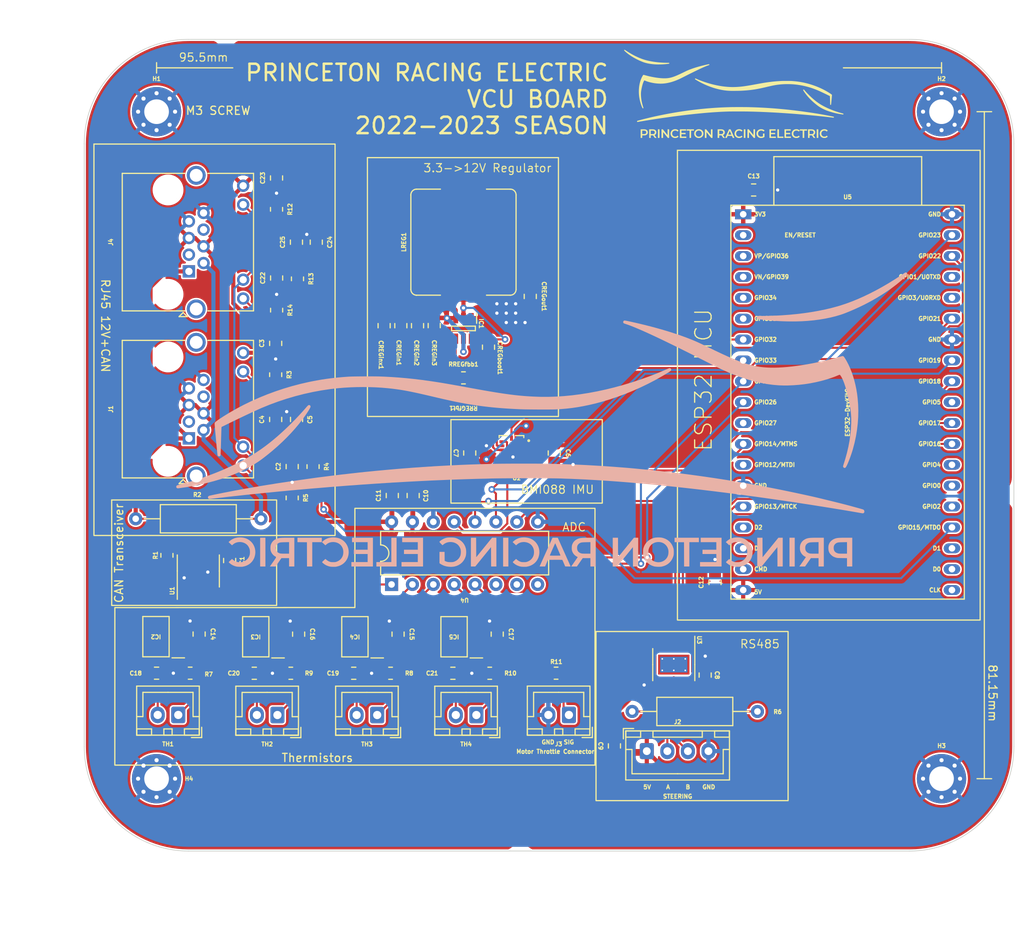
<source format=kicad_pcb>
(kicad_pcb (version 20211014) (generator pcbnew)
  (layers (0 "F.Cu" signal) (31 "B.Cu" signal) (34 "B.Paste" user) (35 "F.Paste" user) (36 "B.SilkS" user "B.Silkscreen") (37 "F.SilkS" user "F.Silkscreen") (38 "B.Mask" user) (39 "F.Mask" user) (44 "Edge.Cuts" user))
  (net 0 "")
  (net 1 "GND")
  (net 2 "+12V")
  (net 3 "+5V")
  (net 4 "Net-(C18-Pad2)")
  (net 5 "CAR_CANH")
  (net 6 "CAR_CANL")
  (net 7 "Net-(C19-Pad2)")
  (net 11 "Net-(C20-Pad2)")
  (net 12 "STEERING_A")
  (net 13 "STEERING_B")
  (net 14 "THROTTLE_SIG")
  (net 15 "Net-(C21-Pad2)")
  (net 16 "Net-(CREGboot1-Pad1)")
  (net 17 "Net-(CREGboot1-Pad2)")
  (net 18 "CAN_TXD")
  (net 19 "CAN_RXD")
  (net 20 "Net-(R1-Pad1)")
  (net 21 "ESP Gyro CS")
  (net 22 "+3.3V")
  (net 24 "ESP Accel ")
  (net 27 "ESP SPI CLK")
  (net 28 "ESP ADC CS")
  (net 29 "RXD2")
  (net 30 "TXD2")
  (net 31 "ESP CIPO")
  (net 32 "ESP COPI")
  (net 33 "RS485 RTS")
  (net 34 "ESP_OK_LED")
  (net 37 "Net-(J1-Pad9)")
  (net 38 "Net-(J1-Pad11)")
  (net 45 "IMU_INT2")
  (net 46 "IMU_INT1")
  (net 81 "ADC_CH0")
  (net 82 "ADC_CH2")
  (net 83 "ADC_CH1")
  (net 84 "ADC_CH3")
  (net 85 "Net-(IC1-Pad4)")
  (net 88 "Net-(J4-Pad9)")
  (net 89 "Net-(J4-Pad11)")
  (footprint "Resistor_SMD:R_0805_2012Metric" (layer "F.Cu") (at 182.7745 117.475 180)
    (fp_text reference "R10")
    (fp_text value "1.2K")
  )
  (footprint "Capacitor_SMD:C_0805_2012Metric" (layer "F.Cu") (at 156.73 86.594 90)
    (fp_text reference "C4")
    (fp_text value "100 nF")
  )
  (footprint "Resistor_SMD:R_0805_2012Metric" (layer "F.Cu") (at 179.578 83.566 180)
    (fp_text reference "RREGfbt1")
    (fp_text value "100k")
  )
  (footprint "Capacitor_SMD:C_0805_2012Metric" (layer "F.Cu") (at 210.185 106.426 90)
    (fp_text reference "C12")
    (fp_text value "100 nF")
  )
  (footprint "Capacitor_SMD:C_0805_2012Metric" (layer "F.Cu") (at 190.627 90.678 -90)
    (fp_text reference "C6")
    (fp_text value "100 nF")
  )
  (footprint "Connector_JST:JST_XH_B2B-XH-A_1x02_P2.50mm_Vertical" (layer "F.Cu") (at 181.147 122.555 180)
    (fp_text reference "TH4")
    (fp_text value "PTFM102 Thermistor")
  )
  (footprint "Capacitor_SMD:C_0805_2012Metric" (layer "F.Cu") (at 173.46 95.851 90)
    (fp_text reference "C10")
    (fp_text value "100 nF")
  )
  (footprint "MountingHole:MountingHole_3mm_Pad_Via" (layer "F.Cu") (at 142.24 49.149)
    (fp_text reference "H1")
    (fp_text value "MountingHole_Pad")
  )
  (footprint "Package_DIP:DIP-16_W7.62mm" (layer "F.Cu") (at 170.83 106.67 90)
    (fp_text reference "U4")
    (fp_text value "MCP3008")
  )
  (footprint "libraries:L_Bourns_SRP1260A" (layer "F.Cu") (at 179.578 65.024 90)
    (fp_text reference "LREG1")
    (fp_text value "6uH SRP1265A-6R0M ")
  )
  (footprint "Resistor_SMD:R_0805_2012Metric" (layer "F.Cu") (at 159.385 69.485 -90)
    (fp_text reference "R13")
    (fp_text value "10K")
  )
  (footprint "Connector_RJ:RJ45_Amphenol_RJHSE538X" (layer "F.Cu") (at 146.175 68.58 90)
    (fp_text reference "J4")
    (fp_text value "RJHSE-5381-ND")
  )
  (footprint "Capacitor_SMD:C_0805_2012Metric" (layer "F.Cu") (at 187.706 71.628 -90)
    (fp_text reference "CREGout1")
    (fp_text value "47uF")
  )
  (footprint "Connector_JST:JST_XH_B2B-XH-A_1x02_P2.50mm_Vertical" (layer "F.Cu") (at 192.41 122.545 180)
    (fp_text reference "J3")
    (fp_text value "Motor Throttle Connector")
  )
  (footprint "MountingHole:MountingHole_3mm_Pad_Via" (layer "F.Cu") (at 237.744 49.149)
    (fp_text reference "H2")
    (fp_text value "MountingHole_Pad")
  )
  (footprint "Capacitor_SMD:C_0805_2012Metric" (layer "F.Cu") (at 197.947 126.313 90)
    (fp_text reference "C9")
    (fp_text value "100 nF")
  )
  (footprint "Connector_JST:JST_XH_B2B-XH-A_1x02_P2.50mm_Vertical" (layer "F.Cu") (at 169.082 122.555 180)
    (fp_text reference "TH3")
    (fp_text value "PTFM102 Thermistor")
  )
  (footprint "Capacitor_SMD:C_0805_2012Metric" (layer "F.Cu") (at 142.24 117.465 180)
    (fp_text reference "C18")
    (fp_text value "100 nF")
  )
  (footprint "Resistor_SMD:R_0805_2012Metric" (layer "F.Cu") (at 161.28 92.329 -90)
    (fp_text reference "R4")
    (fp_text value "10K")
  )
  (footprint "Resistor_SMD:R_0805_2012Metric" (layer "F.Cu") (at 156.73 81.149 -90)
    (fp_text reference "R3")
    (fp_text value "130R")
  )
  (footprint "Connector_JST:JST_XH_B2B-XH-A_1x02_P2.50mm_Vertical" (layer "F.Cu") (at 144.878 122.545 180)
    (fp_text reference "TH1")
    (fp_text value "PTFM102 Thermistor")
  )
  (footprint "Capacitor_SMD:C_0805_2012Metric" (layer "F.Cu") (at 158.74 92.329 90)
    (fp_text reference "C2")
    (fp_text value "100 nF")
  )
  (footprint "Resistor_SMD:R_0805_2012Metric" (layer "F.Cu") (at 170.7095 117.475 180)
    (fp_text reference "R8")
    (fp_text value "1.2K")
  )
  (footprint "Resistor_SMD:R_0805_2012Metric" (layer "F.Cu") (at 179.578 81.534)
    (fp_text reference "RREGfbb1")
    (fp_text value "22.1k")
  )
  (footprint "Capacitor_SMD:C_0805_2012Metric" (layer "F.Cu") (at 183.687 112.715 -90)
    (fp_text reference "C17")
    (fp_text value "100 nF")
  )
  (footprint "Capacitor_SMD:C_0805_2012Metric" (layer "F.Cu") (at 171.622 112.715 -90)
    (fp_text reference "C15")
    (fp_text value "100 nF")
  )
  (footprint "Capacitor_SMD:C_0805_2012Metric" (layer "F.Cu") (at 166.227 117.475 180)
    (fp_text reference "C19")
    (fp_text value "100 nF")
  )
  (footprint "Resistor_SMD:R_0805_2012Metric" (layer "F.Cu") (at 156.845 73.295 -90)
    (fp_text reference "R14")
    (fp_text value "130R")
  )
  (footprint "Capacitor_SMD:C_0805_2012Metric" (layer "F.Cu") (at 147.418 112.705 -90)
    (fp_text reference "C14")
    (fp_text value "100 nF")
  )
  (footprint "ADR02BRZ:SOIC127P600X175-8N" (layer "F.Cu") (at 142.166 113.02 180)
    (fp_text reference "IC2")
    (fp_text value "ADR02BRZ-REEL7" hide)
  )
  (footprint "Capacitor_SMD:C_0805_2012Metric" (layer "F.Cu") (at 214.884 58.674)
    (fp_text reference "C13")
    (fp_text value "100 nF")
  )
  (footprint "Capacitor_SMD:C_0805_2012Metric" (layer "F.Cu") (at 176.022 75.172 -90)
    (fp_text reference "CREGin3")
    (fp_text value "1uF")
  )
  (footprint "Capacitor_SMD:C_0805_2012Metric" (layer "F.Cu") (at 156.73 77.339 90)
    (fp_text reference "C3")
    (fp_text value "100 nF")
  )
  (footprint "Resistor_SMD:R_0805_2012Metric" (layer "F.Cu") (at 146.3275 117.465 180)
    (fp_text reference "R7")
    (fp_text value "1.2K")
  )
  (footprint "Package_SO:SOIC-8_3.9x4.9mm_P1.27mm" (layer "F.Cu") (at 147.32 105.029 90)
    (fp_text reference "U1")
    (fp_text value "SN65HVD230")
  )
  (footprint "Connector_RJ:RJ45_Amphenol_RJHSE538X" (layer "F.Cu") (at 146.175 88.9 90)
    (fp_text reference "J1")
    (fp_text value "RJHSE-5381-ND")
  )
  (footprint "Resistor_SMD:R_0805_2012Metric" (layer "F.Cu") (at 158.5705 117.475 180)
    (fp_text reference "R9")
    (fp_text value "1.2K")
  )
  (footprint "Capacitor_SMD:C_0805_2012Metric" (layer "F.Cu") (at 171.958 75.184 -90)
    (fp_text reference "CREGin1")
    (fp_text value "1uF")
  )
  (footprint "Resistor_SMD:R_0805_2012Metric" (layer "F.Cu") (at 156.835 61.025 -90)
    (fp_text reference "R12")
    (fp_text value "130R")
  )
  (footprint "Capacitor_SMD:C_0805_2012Metric" (layer "F.Cu") (at 159.27 86.594 90)
    (fp_text reference "C5")
    (fp_text value "100 nF")
  )
  (footprint "ADR02BRZ:SOIC127P600X175-8N" (layer "F.Cu") (at 154.305 113.03 180)
    (fp_text reference "IC3")
    (fp_text value "ADR02BRZ-REEL7" hide)
  )
  (footprint "MountingHole:MountingHole_3mm_Pad_Via" (layer "F.Cu") (at 142.24 130.302)
    (fp_text reference "H4")
    (fp_text value "MountingHole_Pad")
  )
  (footprint "Capacitor_SMD:C_0805_2012Metric" (layer "F.Cu") (at 178.292 117.475 180)
    (fp_text reference "C21")
    (fp_text value "100 nF")
  )
  (footprint "Resistor_SMD:R_0805_2012Metric" (layer "F.Cu") (at 190.8485 117.465 180)
    (fp_text reference "R11")
    (fp_text value "1M")
  )
  (footprint "Capacitor_SMD:C_0805_2012Metric" (layer "F.Cu") (at 159.258 65.024 90)
    (fp_text reference "C25")
    (fp_text value "100 nF")
  )
  (footprint "Capacitor_SMD:C_0805_2012Metric" (layer "F.Cu") (at 208.986 117.694 90)
    (fp_text reference "C8")
    (fp_text value "100 nF")
  )
  (footprint "Resistor_SMD:R_0805_2012Metric" (layer "F.Cu") (at 158.74 96.139 -90)
    (fp_text reference "R5")
    (fp_text value "130R")
  )
  (footprint "Connector_JST:JST_XH_B4B-XH-A_1x04_P2.50mm_Vertical" (layer "F.Cu") (at 201.884 126.948)
    (fp_text reference "J2")
    (fp_text value "STEERING")
  )
  (footprint "bmi088:PQFN50P450X300X100-16N" (layer "F.Cu") (at 185.42 90.805 -90)
    (fp_text reference "U2")
    (fp_text value "BMI088")
  )
  (footprint "pre_logo:pre_logo_medium" (layer "F.Cu") (at 212.471 48.26)
    (fp_text reference "G1")
    (fp_text value "LOGO" hide)
  )
  (footprint "ADR02BRZ:SOIC127P600X175-8N" (layer "F.Cu") (at 178.435 113.03 180)
    (fp_text reference "IC5")
    (fp_text value "ADR02BRZ-REEL7" hide)
  )
  (footprint "Resistor_SMD:R_0805_2012Metric" (layer "F.Cu") (at 143.5 103.124 -90)
    (fp_text reference "R1")
    (fp_text value "10K")
  )
  (footprint "Capacitor_SMD:C_0805_2012Metric" (layer "F.Cu") (at 161.671 65.024 90)
    (fp_text reference "C24")
    (fp_text value "100 nF")
  )
  (footprint "Capacitor_SMD:C_0805_2012Metric" (layer "F.Cu") (at 156.845 69.385 90)
    (fp_text reference "C22")
    (fp_text value "100 nF")
  )
  (footprint "Capacitor_SMD:C_0805_2012Metric" (layer "F.Cu") (at 151.13 103.759 90)
    (fp_text reference "C1")
    (fp_text value "100 nF")
  )
  (footprint "Capacitor_SMD:C_0805_2012Metric" (layer "F.Cu") (at 159.523 112.715 -90)
    (fp_text reference "C16")
    (fp_text value "100 nF")
  )
  (footprint "Connector_JST:JST_XH_B2B-XH-A_1x02_P2.50mm_Vertical" (layer "F.Cu") (at 156.943 122.555 180)
    (fp_text reference "TH2")
    (fp_text value "PTFM102 Thermistor")
  )
  (footprint "ADR02BRZ:SOIC127P600X175-8N" (layer "F.Cu") (at 166.37 113.03 180)
    (fp_text reference "IC4")
    (fp_text value "ADR02BRZ-REEL7" hide)
  )
  (footprint "Capacitor_SMD:C_0805_2012Metric" (layer "F.Cu") (at 156.835 57.215 90)
    (fp_text reference "C23")
    (fp_text value "100 nF")
  )
  (footprint "libraries:SOIC-8-1EP_3.9x4.9mm_P1.27mm_EP2.41x3.81mm_ThermalVias" (layer "F.Cu") (at 205.166 116.424 -90)
    (fp_text reference "U3")
    (fp_text value "MAX3485CSA")
  )
  (footprint "MountingHole:MountingHole_3mm_Pad_Via" (layer "F.Cu") (at 237.744 130.302)
    (fp_text reference "H3")
    (fp_text value "MountingHole_Pad")
  )
  (footprint "LMR51420XFDDCR:SOT95P280X110-6N" (layer "F.Cu") (at 179.578 75.518 -90)
    (fp_text reference "IC1")
    (fp_text value "LMR51420XFDDCR" hide)
  )
  (footprint "Resistor_THT:R_Axial_DIN0309_L9.0mm_D3.2mm_P15.24mm_Horizontal" (layer "F.Cu") (at 139.7 98.679)
    (fp_text reference "R2")
    (fp_text value "120R")
  )
  (footprint "Capacitor_SMD:C_0805_2012Metric" (layer "F.Cu") (at 182.626 77.804 90)
    (fp_text reference "CREGboot1")
    (fp_text value "100nF")
  )
  (footprint "Espressif:ESP32-DevKitC" (layer "F.Cu") (at 213.614 61.63056)
    (fp_text reference "U5")
    (fp_text value "ESP32-DevKitC")
  )
  (footprint "Capacitor_SMD:C_0805_2012Metric" (layer "F.Cu") (at 169.926 75.184 -90)
    (fp_text reference "CREGinx1")
    (fp_text value "100nF")
  )
  (footprint "Capacitor_SMD:C_0805_2012Metric" (layer "F.Cu") (at 170.92 95.851 90)
    (fp_text reference "C11")
    (fp_text value "100 nF")
  )
  (footprint "Capacitor_SMD:C_0805_2012Metric" (layer "F.Cu") (at 173.99 75.184 -90)
    (fp_text reference "CREGin2")
    (fp_text value "1uF")
  )
  (footprint "Capacitor_SMD:C_0805_2012Metric" (layer "F.Cu") (at 154.128 117.475 180)
    (fp_text reference "C20")
    (fp_text value "100 nF")
  )
  (footprint "Resistor_THT:R_Axial_DIN0309_L9.0mm_D3.2mm_P15.24mm_Horizontal" (layer "F.Cu") (at 215.346 122.122 180)
    (fp_text reference "R6")
    (fp_text value "120R")
  )
  (footprint "Capacitor_SMD:C_0805_2012Metric" (layer "F.Cu") (at 180.34 90.678 90)
    (fp_text reference "C7")
    (fp_text value "100 nF")
  )
  (footprint "pre_logo:pre_logo_big" (layer "B.Cu") (at 189.101471 90.875277 180)
    (fp_text reference "G2")
    (fp_text value "LOGO" hide)
  )
  (gr_rect (start 134.62 53.086) (end 163.957 100.711) (layer "F.SilkS") (width 0.15) (fill none))
  (gr_line (start 242.951 49.149) (end 242.951 130.302) (layer "F.SilkS") (width 0.15))
  (gr_rect (start 195.707 112.395) (end 219.075 132.969) (layer "F.SilkS") (width 0.15) (fill none))
  (gr_line (start 142.24 44.45) (end 142.24 43.18) (layer "F.SilkS") (width 0.15))
  (gr_line (start 225.806 43.815) (end 237.744 43.815) (layer "F.SilkS") (width 0.15))
  (gr_poly (pts (xy 195.58 128.651) (xy 137.16018 128.651355) (xy 137.165321 109.483072) (xy 166.369885 109.474231) (xy 166.37 97.409) (xy 195.58 97.409)) (layer "F.SilkS") (width 0.15) (fill none))
  (gr_line (start 237.744 44.45) (end 237.744 43.18) (layer "F.SilkS") (width 0.15))
  (gr_rect (start 167.894 54.737) (end 191.135 86.233) (layer "F.SilkS") (width 0.15) (fill none))
  (gr_line (start 242.062 49.149) (end 243.84 49.149) (layer "F.SilkS") (width 0.15))
  (gr_rect (start 136.779 96.393) (end 156.845 109.22) (layer "F.SilkS") (width 0.15) (fill none))
  (gr_line (start 142.24 43.815) (end 151.511 43.815) (layer "F.SilkS") (width 0.15))
  (gr_rect (start 205.613 53.848) (end 242.443 110.998) (layer "F.SilkS") (width 0.15) (fill none))
  (gr_rect (start 178.054 86.614) (end 196.469 96.774) (layer "F.SilkS") (width 0.15) (fill none))
  (gr_line (start 242.062 130.302) (end 243.84 130.302) (layer "F.SilkS") (width 0.15))
  (gr_arc (start 246.543744 126.401744) (mid 242.824 135.382) (end 233.843744 139.101744) (layer "Edge.Cuts") (width 0.1))
  (gr_line (start 246.543744 53.049256) (end 246.543744 126.401744) (layer "Edge.Cuts") (width 0.1))
  (gr_line (start 146.140256 40.349256) (end 233.843744 40.349256) (layer "Edge.Cuts") (width 0.1))
  (gr_line (start 133.440256 53.049256) (end 133.440255 126.401745) (layer "Edge.Cuts") (width 0.1))
  (gr_line (start 233.843744 139.101744) (end 146.140255 139.101745) (layer "Edge.Cuts") (width 0.1))
  (gr_arc (start 133.440256 53.049256) (mid 137.16 44.069) (end 146.140256 40.349256) (layer "Edge.Cuts") (width 0.1))
  (gr_arc (start 146.140255 139.101745) (mid 137.159999 135.382001) (end 133.440255 126.401745) (layer "Edge.Cuts") (width 0.1))
  (gr_arc (start 233.843744 40.349256) (mid 242.824 44.069) (end 246.543744 53.049256) (layer "Edge.Cuts") (width 0.1))
  (gr_text "GND" (at 189.865 125.857) (layer "F.SilkS") (effects (font (size 0.5 0.5) (thickness 0.125))))
  (gr_text "PRINCETON RACING ELECTRIC\nVCU BOARD\n2022-2023 SEASON" (at 197.358 47.625) (layer "F.SilkS") (effects (font (size 2 2) (thickness 0.3)) (justify right)))
  (gr_text "CAN Transceiver" (at 137.668 102.87 90) (layer "F.SilkS") (effects (font (size 1 1))))
  (gr_text "Thermistors" (at 161.798 127.762) (layer "F.SilkS") (effects (font (size 1 1))))
  (gr_text "3.3->12V Regulator" (at 182.499 56.007) (layer "F.SilkS") (effects (font (size 1 1) (thickness 0.125))))
  (gr_text "GND" (at 209.423 131.318) (layer "F.SilkS") (effects (font (size 0.5 0.5) (thickness 0.125))))
  (gr_text "ESP32 MCU" (at 208.788 81.788 90) (layer "F.SilkS") (effects (font (size 2 2))))
  (gr_text "SIG" (at 192.405 125.857) (layer "F.SilkS") (effects (font (size 0.5 0.5) (thickness 0.125))))
  (gr_text "95.5mm" (at 147.955 42.545) (layer "F.SilkS") (effects (font (size 1 1) (thickness 0.125))))
  (gr_text "RS485" (at 215.646 113.919) (layer "F.SilkS") (effects (font (size 1 1) (thickness 0.125))))
  (gr_text "BMI088 IMU" (at 191.008 95.123) (layer "F.SilkS") (effects (font (size 1 1) (thickness 0.125))))
  (gr_text "RJ45 12V+CAN" (at 136.017 75.184 270) (layer "F.SilkS") (effects (font (size 1 1))))
  (gr_text "81.15mm" (at 243.967 119.888 270) (layer "F.SilkS") (effects (font (size 1 1))))
  (gr_text "5V" (at 201.93 131.318) (layer "F.SilkS") (effects (font (size 0.5 0.5) (thickness 0.125))))
  (gr_text "A" (at 204.47 131.318) (layer "F.SilkS") (effects (font (size 0.5 0.5) (thickness 0.125))))
  (gr_text "ADC" (at 193.04 99.695) (layer "F.SilkS") (effects (font (size 1 1) (thickness 0.125))))
  (gr_text "B" (at 206.883 131.318) (layer "F.SilkS") (effects (font (size 0.5 0.5) (thickness 0.125))))
  (gr_text "M3 SCREW" (at 149.733 49.022) (layer "F.SilkS") (effects (font (size 1 1))))
  (segment (start 161.2425 93.279) (end 161.28 93.2415) (width 0.5) (layer "F.Cu") (net 1))
  (segment (start 208.986 115.401) (end 208.996 115.391) (width 0.5) (layer "F.Cu") (net 1))
  (segment (start 156.835 60.1125) (end 156.835 59.065) (width 0.5) (layer "F.Cu") (net 1))
  (segment (start 155.078 117.475) (end 156.337 117.475) (width 0.5) (layer "F.Cu") (net 1))
  (segment (start 158.74 93.279) (end 161.2425 93.279) (width 0.5) (layer "F.Cu") (net 1))
  (segment (start 148.471236 105.164236) (end 146.685 106.950472) (width 0.5) (layer "F.Cu") (net 1))
  (segment (start 175.91 99.05) (end 175.91 97.351) (width 0.5) (layer "F.Cu") (net 1))
  (segment (start 201.561233 118.899) (end 203.261 118.899) (width 0.5) (layer "F.Cu") (net 1))
  (segment (start 186.585 90.805) (end 185.9551 90.805) (width 0.2) (layer "F.Cu") (net 1))
  (segment (start 156.73 85.644) (end 158.069 85.644) (width 0.5) (layer "F.Cu") (net 1))
  (segment (start 156.73 79.236) (end 156.73 78.289) (width 0.5) (layer "F.Cu") (net 1))
  (segment (start 189.91 122.545) (end 189.91 117.491) (width 0.5) (layer "F.Cu") (net 1))
  (segment (start 183.047 111.125) (end 183.687 111.765) (width 0.5) (layer "F.Cu") (net 1))
  (segment (start 144.878 111.115) (end 146.314 111.115) (width 0.5) (layer "F.Cu") (net 1))
  (segment (start 192.466 91.628) (end 192.913 92.075) (width 0.5) (layer "F.Cu") (net 1))
  (segment (start 180.594 117.475) (end 181.862 117.475) (width 0.5) (layer "F.Cu") (net 1))
  (segment (start 186.015 89.805) (end 185.5995 90.2205) (width 0.2) (layer "F.Cu") (net 1))
  (segment (start 170.561 111.125) (end 170.982 111.125) (width 0.5) (layer "F.Cu") (net 1))
  (segment (start 158.069 85.644) (end 159.27 85.644) (width 0.5) (layer "F.Cu") (net 1))
  (segment (start 182.753 111.125) (end 183.047 111.125) (width 0.5) (layer "F.Cu") (net 1))
  (segment (start 158.74 95.2265) (end 158.74 94.244) (width 0.5) (layer "F.Cu") (net 1))
  (segment (start 158.74 94.244) (end 158.74 93.279) (width 0.5) (layer "F.Cu") (net 1))
  (segment (start 186.015 91.805) (end 185.5995 91.3895) (width 0.2) (layer "F.Cu") (net 1))
  (segment (start 156.73 80.2365) (end 156.73 79.236) (width 0.5) (layer "F.Cu") (net 1))
  (segment (start 215.834 58.674) (end 217.805 58.674) (width 0.5) (layer "F.Cu") (net 1))
  (segment (start 143.771028 104.0365) (end 145.597264 105.862736) (width 0.5) (layer "F.Cu") (net 1))
  (segment (start 156.845 72.3825) (end 156.845 71.374) (width 0.5) (layer "F.Cu") (net 1))
  (segment (start 158.496 111.125) (end 158.883 111.125) (width 0.5) (layer "F.Cu") (net 1))
  (segment (start 146.695 111.115) (end 146.778 111.115) (width 0.25) (layer "F.Cu") (net 1))
  (segment (start 146.685 106.950472) (end 146.685 107.504) (width 0.5) (layer "F.Cu") (net 1))
  (segment (start 146.314 111.115) (end 146.778 111.115) (width 0.5) (layer "F.Cu") (net 1))
  (segment (start 190.627 91.628) (end 192.466 91.628) (width 0.5) (layer "F.Cu") (net 1))
  (segment (start 157.017 111.125) (end 158.496 111.125) (width 0.5) (layer "F.Cu") (net 1))
  (segment (start 179.242 117.475) (end 180.594 117.475) (width 0.5) (layer "F.Cu") (net 1))
  (segment (start 185.5995 91.3895) (end 185.5995 91.1606) (width 0.2) (layer "F.Cu") (net 1))
  (segment (start 186.585 91.805) (end 186.585 92.305) (width 0.2) (layer "F.Cu") (net 1))
  (segment (start 189.91 117.491) (end 189.936 117.465) (width 0.5) (layer "F.Cu") (net 1))
  (segment (start 150.826472 102.809) (end 148.471236 105.164236) (width 0.5) (layer "F.Cu") (net 1))
  (segment (start 146.778 111.115) (end 147.418 111.755) (width 0.5) (layer "F.Cu") (net 1))
  (segment (start 143.19 117.465) (end 144.282 117.465) (width 0.5) (layer "F.Cu") (net 1))
  (segment (start 197.947 125.363) (end 197.947 122.513233) (width 0.5) (layer "F.Cu") (net 1))
  (segment (start 144.282 117.465) (end 145.415 117.465) (width 0.5) (layer "F.Cu") (net 1))
  (segment (start 182.311 89.728) (end 182.372 89.789) (width 0.5) (layer "F.Cu") (net 1))
  (segment (start 160.5128 64.074) (end 161.671 64.074) (width 0.5) (layer "F.Cu") (net 1))
  (segment (start 186.585 89.805) (end 186.015 89.805) (width 0.2) (layer "F.Cu") (net 1))
  (segment (start 185.5995 90.2205) (end 185.5995 91.1606) (width 0.2) (layer "F.Cu") (net 1))
  (segment (start 145.597264 105.862736) (end 146.685 106.950472) (width 0.5) (layer "F.Cu") (net 1))
  (segment (start 169.082 111.125) (end 170.561 111.125) (width 0.5) (layer "F.Cu") (net 1))
  (segment (start 170.982 111.125) (end 171.622 111.765) (width 0.5) (layer "F.Cu") (net 1))
  (segment (start 143.5 104.0365) (end 143.771028 104.0365) (width 0.5) (layer "F.Cu") (net 1))
  (segment (start 180.34 89.728) (end 182.311 89.728) (width 0.5) (layer "F.Cu") (net 1))
  (segment (start 146.685 107.127249) (end 146.685 107.504) (width 0.25) (layer "F.Cu") (net 1))
  (segment (start 156.337 117.475) (end 157.658 117.475) (width 0.5) (layer "F.Cu") (net 1))
  (segment (start 197.947 122.513233) (end 201.561233 118.899) (width 0.5) (layer "F.Cu") (net 1))
  (segment (start 186.585 91.805) (end 186.015 91.805) (width 0.2) (layer "F.Cu") (net 1))
  (segment (start 208.986 116.744) (end 208.986 115.401) (width 0.5) (layer "F.Cu") (net 1))
  (segment (start 156.835 59.065) (end 156.835 58.165) (width 0.5) (layer "F.Cu") (net 1))
  (segment (start 168.402 117.475) (end 169.797 117.475) (width 0.5) (layer "F.Cu") (net 1))
  (segment (start 210.185 105.476) (end 210.185 103.632) (width 0.5) (layer "F.Cu") (net 1))
  (segment (start 167.177 117.475) (end 168.402 117.475) (width 0.5) (layer "F.Cu") (net 1))
  (segment (start 158.883 111.125) (end 159.523 111.765) (width 0.5) (layer "F.Cu") (net 1))
  (segment (start 181.147 111.125) (end 182.753 111.125) (width 0.5) (layer "F.Cu") (net 1))
  (segment (start 175.91 97.351) (end 173.46 94.901) (width 0.5) (layer "F.Cu") (net 1))
  (segment (start 170.92 94.901) (end 173.46 94.901) (width 0.5) (layer "F.Cu") (net 1))
  (segment (start 156.845 70.335) (end 159.3225 70.335) (width 0.5) (layer "F.Cu") (net 1))
  (segment (start 159.258 64.074) (end 160.5128 64.074) (width 0.5) (layer "F.Cu") (net 1))
  (segment (start 159.3225 70.335) (end 159.385 70.3975) (width 0.5) (layer "F.Cu") (net 1))
  (segment (start 151.13 102.809) (end 150.826472 102.809) (width 0.5) (layer "F.Cu") (net 1))
  (segment (start 185.9551 90.805) (end 185.5995 91.1606) (width 0.2) (layer "F.Cu") (net 1))
  (segment (start 156.845 71.374) (end 156.845 70.335) (width 0.5) (layer "F.Cu") (net 1))
  (via (at 158.069 85.644) (size 0.8) (drill 0.4) (layers "F.Cu" "B.Cu") (net 1))
  (via (at 208.996 115.391) (size 0.8) (drill 0.4) (layers "F.Cu" "B.Cu") (net 1))
  (via (at 184.785 74.803) (size 0.8) (drill 0.4) (layers "F.Cu" "B.Cu") (net 1))
  (via (at 182.372 89.789) (size 0.8) (drill 0.4) (layers "F.Cu" "B.Cu") (net 1))
  (via (at 170.561 111.125) (size 0.8) (drill 0.4) (layers "F.Cu" "B.Cu") (net 1))
  (via (at 183.642 72.517) (size 0.8) (drill 0.4) (layers "F.Cu" "B.Cu") (net 1))
  (via (at 156.835 59.065) (size 0.8) (drill 0.4) (layers "F.Cu" "B.Cu") (net 1))
  (via (at 158.496 111.125) (size 0.8) (drill 0.4) (layers "F.Cu" "B.Cu") (net 1))
  (via (at 183.642 73.66) (size 0.8) (drill 0.4) (layers "F.Cu" "B.Cu") (net 1))
  (via (at 158.74 94.244) (size 0.8) (drill 0.4) (layers "F.Cu" "B.Cu") (net 1))
  (via (at 160.5128 64.074) (size 0.8) (drill 0.4) (layers "F.Cu" "B.Cu") (net 1))
  (via (at 210.185 103.632) (size 0.8) (drill 0.4) (layers "F.Cu" "B.Cu") (net 1))
  (via (at 192.913 92.075) (size 0.8) (drill 0.4) (layers "F.Cu" "B.Cu") (net 1))
  (via (at 145.597264 105.862736) (size 0.8) (drill 0.4) (layers "F.Cu" "B.Cu") (net 1))
  (via (at 185.5995 91.1606) (size 0.8) (drill 0.4) (layers "F.Cu" "B.Cu") (net 1))
  (via (at 185.928 74.803) (size 0.8) (drill 0.4) (layers "F.Cu" "B.Cu") (net 1))
  (via (at 156.337 117.475) (size 0.8) (drill 0.4) (layers "F.Cu" "B.Cu") (net 1))
  (via (at 184.785 72.517) (size 0.8) (drill 0.4) (layers "F.Cu" "B.Cu") (net 1))
  (via (at 217.805 58.674) (size 0.8) (drill 0.4) (layers "F.Cu" "B.Cu") (net 1))
  (via (at 144.282 117.465) (size 0.8) (drill 0.4) (layers "F.Cu" "B.Cu") (net 1))
  (via (at 182.753 111.125) (size 0.8) (drill 0.4) (layers "F.Cu" "B.Cu") (net 1))
  (via (at 201.561233 118.899) (size 0.8) (drill 0.4) (layers "F.Cu" "B.Cu") (net 1))
  (via (at 187.071 74.803) (size 0.8) (drill 0.4) (layers "F.Cu" "B.Cu") (net 1))
  (via (at 185.928 72.517) (size 0.8) (drill 0.4) (layers "F.Cu" "B.Cu") (net 1))
  (via (at 146.314 111.115) (size 0.8) (drill 0.4) (layers "F.Cu" "B.Cu") (net 1))
  (via (at 180.594 117.475) (size 0.8) (drill 0.4) (layers "F.Cu" "B.Cu") (net 1))
  (via (at 156.73 79.236) (size 0.8) (drill 0.4) (layers "F.Cu" "B.Cu") (net 1))
  (via (at 185.928 73.66) (size 0.8) (drill 0.4) (layers "F.Cu" "B.Cu") (net 1))
  (via (at 168.402 117.475) (size 0.8) (drill 0.4) (layers "F.Cu" "B.Cu") (net 1))
  (via (at 148.471236 105.164236) (size 0.8) (drill 0.4) (layers "F.Cu" "B.Cu") (net 1))
  (via (at 184.785 73.66) (size 0.8) (drill 0.4) (layers "F.Cu" "B.Cu") (net 1))
  (via (at 156.845 71.374) (size 0.8) (drill 0.4) (layers "F.Cu" "B.Cu") (net 1))
  (segment (start 146.939 64.516) (end 147.955 65.532) (width 0.5) (layer "F.Cu") (net 2))
  (segment (start 146.939 84.836) (end 147.955 85.852) (width 0.5) (layer "F.Cu") (net 2))
  (segment (start 146.175 64.516) (end 146.939 64.516) (width 0.5) (layer "F.Cu") (net 2))
  (segment (start 146.175 84.836) (end 146.939 84.836) (width 0.5) (layer "F.Cu") (net 2))
  (segment (start 177.573 74.268) (end 176.068 74.268) (width 0.5) (layer "F.Cu") (net 2))
  (segment (start 178.628 74.268) (end 177.573 74.268) (width 0.5) (layer "F.Cu") (net 2))
  (segment (start 176.068 74.268) (end 176.022 74.222) (width 0.5) (layer "F.Cu") (net 2))
  (segment (start 170.065 74.222) (end 170.053 74.234) (width 0.5) (layer "F.Cu") (net 2))
  (segment (start 179.578 76.768) (end 179.578 78.359) (width 0.5) (layer "F.Cu") (net 2))
  (via (at 179.578 78.359) (size 0.8) (drill 0.4) (layers "F.Cu" "B.Cu") (net 2))
  (via (at 177.573 74.268) (size 0.8) (drill 0.4) (layers "F.Cu" "B.Cu") (net 2))
  (segment (start 179.578 78.359) (end 179.578 76.273) (width 0.5) (layer "B.Cu") (net 2))
  (segment (start 179.578 76.273) (end 177.573 74.268) (width 0.5) (layer "B.Cu") (net 2))
  (segment (start 216.596 121.604233) (end 216.596 123.031) (width 0.5) (layer "F.Cu") (net 3))
  (segment (start 213.614 107.35056) (end 210.21044 107.35056) (width 0.5) (layer "F.Cu") (net 3))
  (segment (start 216.596 123.031) (end 211.254 128.373) (width 0.5) (layer "F.Cu") (net 3))
  (segment (start 201.569 127.263) (end 201.884 126.948) (width 0.5) (layer "F.Cu") (net 3))
  (segment (start 213.890767 118.899) (end 216.596 121.604233) (width 0.5) (layer "F.Cu") (net 3))
  (segment (start 207.326 118.644) (end 207.071 118.899) (width 0.5) (layer "F.Cu") (net 3))
  (segment (start 173.46 98.96) (end 173.37 99.05) (width 0.5) (layer "F.Cu") (net 3))
  (segment (start 203.309 128.373) (end 201.884 126.948) (width 0.5) (layer "F.Cu") (net 3))
  (segment (start 197.947 127.263) (end 201.569 127.263) (width 0.5) (layer "F.Cu") (net 3))
  (segment (start 210.21044 107.35056) (end 210.185 107.376) (width 0.5) (layer "F.Cu") (net 3))
  (segment (start 207.071 118.899) (end 213.890767 118.899) (width 0.5) (layer "F.Cu") (net 3))
  (segment (start 208.986 118.644) (end 207.326 118.644) (width 0.5) (layer "F.Cu") (net 3))
  (segment (start 211.254 128.373) (end 203.309 128.373) (width 0.5) (layer "F.Cu") (net 3))
  (segment (start 173.46 96.801) (end 173.46 98.96) (width 0.5) (layer "F.Cu") (net 3))
  (segment (start 139.454 112.385) (end 139.8915 112.385) (width 0.25) (layer "F.Cu") (net 4))
  (segment (start 142.378 118.553) (end 142.378 122.545) (width 0.25) (layer "F.Cu") (net 4))
  (segment (start 141.29 117.465) (end 142.378 118.553) (width 0.25) (layer "F.Cu") (net 4))
  (segment (start 141.29 113.7835) (end 141.29 117.465) (width 0.25) (layer "F.Cu") (net 4))
  (segment (start 139.8915 112.385) (end 141.29 113.7835) (width 0.25) (layer "F.Cu") (net 4))
  (segment (start 139.7 92.619794) (end 139.7 98.679) (width 0.5) (layer "F.Cu") (net 5))
  (segment (start 146.175 88.9) (end 141.509999 84.234999) (width 0.5) (layer "F.Cu") (net 5))
  (segment (start 146.685 102.177249) (end 143.186751 98.679) (width 0.25) (layer "F.Cu") (net 5))
  (segment (start 141.509999 84.234999) (end 141.509999 70.489795) (width 0.5) (layer "F.Cu") (net 5))
  (segment (start 143.419794 88.9) (end 139.7 92.619794) (width 0.5) (layer "F.Cu") (net 5))
  (segment (start 146.175 88.9) (end 143.419794 88.9) (width 0.5) (layer "F.Cu") (net 5))
  (segment (start 143.186751 98.679) (end 139.7 98.679) (width 0.25) (layer "F.Cu") (net 5))
  (segment (start 143.419794 68.58) (end 146.175 68.58) (width 0.5) (layer "F.Cu") (net 5))
  (segment (start 146.685 102.554) (end 146.685 102.177249) (width 0.25) (layer "F.Cu") (net 5))
  (segment (start 141.509999 70.489795) (end 143.419794 68.58) (width 0.5) (layer "F.Cu") (net 5))
  (segment (start 147.955 102.554) (end 147.955 102.177249) (width 0.25) (layer "F.Cu") (net 6))
  (segment (start 147.955 102.177249) (end 151.453249 98.679) (width 0.25) (layer "F.Cu") (net 6))
  (segment (start 151.453249 98.679) (end 154.94 98.679) (width 0.25) (layer "F.Cu") (net 6))
  (segment (start 147.955 87.884) (end 149.155 86.684) (width 0.5) (layer "B.Cu") (net 6))
  (segment (start 147.955 89.077057) (end 154.94 96.062057) (width 0.5) (layer "B.Cu") (net 6))
  (segment (start 149.155 86.684) (end 149.155 68.764) (width 0.5) (layer "B.Cu") (net 6))
  (segment (start 149.155 68.764) (end 147.955 67.564) (width 0.5) (layer "B.Cu") (net 6))
  (segment (start 147.955 87.884) (end 147.955 89.077057) (width 0.5) (layer "B.Cu") (net 6))
  (segment (start 154.94 96.062057) (end 154.94 98.679) (width 0.5) (layer "B.Cu") (net 6))
  (segment (start 163.658 112.395) (end 164.0955 112.395) (width 0.25) (layer "F.Cu") (net 7))
  (segment (start 165.277 117.475) (end 166.582 118.78) (width 0.25) (layer "F.Cu") (net 7))
  (segment (start 166.582 118.78) (end 166.582 122.555) (width 0.25) (layer "F.Cu") (net 7))
  (segment (start 164.0955 112.395) (end 165.277 113.5765) (width 0.25) (layer "F.Cu") (net 7))
  (segment (start 165.277 113.5765) (end 165.277 117.475) (width 0.25) (layer "F.Cu") (net 7))
  (segment (start 152.0305 112.395) (end 153.178 113.5425) (width 0.25) (layer "F.Cu") (net 11))
  (segment (start 154.443 118.74) (end 154.443 122.555) (width 0.25) (layer "F.Cu") (net 11))
  (segment (start 153.178 117.475) (end 154.443 118.74) (width 0.25) (layer "F.Cu") (net 11))
  (segment (start 153.178 113.5425) (end 153.178 117.475) (width 0.25) (layer "F.Cu") (net 11))
  (segment (start 151.593 112.395) (end 152.0305 112.395) (width 0.25) (layer "F.Cu") (net 11))
  (segment (start 204.531 119.275751) (end 201.684751 122.122) (width 0.25) (layer "F.Cu") (net 12))
  (segment (start 201.684751 122.122) (end 200.106 122.122) (width 0.25) (layer "F.Cu") (net 12))
  (segment (start 204.531 118.899) (end 204.531 119.275751) (width 0.25) (layer "F.Cu") (net 12))
  (segment (start 204.384 119.046) (end 204.384 126.948) (width 0.25) (layer "F.Cu") (net 12))
  (segment (start 204.531 118.899) (end 204.384 119.046) (width 0.25) (layer "F.Cu") (net 12))
  (segment (start 208.647249 122.122) (end 215.346 122.122) (width 0.25) (layer "F.Cu") (net 13))
  (segment (start 206.884 126.948) (end 205.801 125.865) (width 0.25) (layer "F.Cu") (net 13))
  (segment (start 205.801 118.899) (end 205.801 119.275751) (width 0.25) (layer "F.Cu") (net 13))
  (segment (start 205.801 125.865) (end 205.801 118.899) (width 0.25) (layer "F.Cu") (net 13))
  (segment (start 205.801 119.275751) (end 208.647249 122.122) (width 0.25) (layer "F.Cu") (net 13))
  (segment (start 191.761 117.465) (end 191.761 121.896) (width 0.25) (layer "F.Cu") (net 14))
  (segment (start 191.761 121.896) (end 192.41 122.545) (width 0.25) (layer "F.Cu") (net 14))
  (segment (start 191.761 117.441) (end 180.99 106.67) (width 0.25) (layer "F.Cu") (net 14))
  (segment (start 191.761 117.465) (end 191.761 117.441) (width 0.25) (layer "F.Cu") (net 14))
  (segment (start 175.723 112.395) (end 176.1605 112.395) (width 0.25) (layer "F.Cu") (net 15))
  (segment (start 176.1605 112.395) (end 177.342 113.5765) (width 0.25) (layer "F.Cu") (net 15))
  (segment (start 177.342 113.5765) (end 177.342 117.475) (width 0.25) (layer "F.Cu") (net 15))
  (segment (start 178.647 118.78) (end 178.647 122.555) (width 0.25) (layer "F.Cu") (net 15))
  (segment (start 177.342 117.475) (end 178.647 118.78) (width 0.25) (layer "F.Cu") (net 15))
  (segment (start 180.64 76.768) (end 182.626 78.754) (width 0.25) (layer "F.Cu") (net 16))
  (segment (start 180.528 76.768) (end 180.64 76.768) (width 0.25) (layer "F.Cu") (net 16))
  (segment (start 182.626 76.854) (end 184.639 76.854) (width 0.25) (layer "F.Cu") (net 17))
  (segment (start 179.578 74.268) (end 179.578 73.025) (width 0.25) (layer "F.Cu") (net 17))
  (via (at 184.639 76.854) (size 0.8) (drill 0.4) (layers "F.Cu" "B.Cu") (net 17))
  (via (at 179.578 73.025) (size 0.8) (drill 0.4) (layers "F.Cu" "B.Cu") (net 17))
  (segment (start 184.639 76.854) (end 180.81 73.025) (width 0.25) (layer "B.Cu") (net 17))
  (segment (start 180.81 73.025) (end 179.578 73.025) (width 0.25) (layer "B.Cu") (net 17))
  (segment (start 145.415 107.504) (end 145.415 107.880751) (width 0.25) (layer "F.Cu") (net 18))
  (segment (start 156.415501 106.220499) (end 158.496 104.14) (width 0.25) (layer "F.Cu") (net 18))
  (segment (start 146.373249 108.839) (end 151.50581 108.839) (width 0.25) (layer "F.Cu") (net 18))
  (segment (start 145.415 107.880751) (end 146.373249 108.839) (width 0.25) (layer "F.Cu") (net 18))
  (segment (start 154.124311 106.220499) (end 156.415501 106.220499) (width 0.25) (layer "F.Cu") (net 18))
  (segment (start 151.50581 108.839) (end 154.124311 106.220499) (width 0.25) (layer "F.Cu") (net 18))
  (segment (start 158.496 104.14) (end 201.168 104.14) (width 0.25) (layer "F.Cu") (net 18))
  (via (at 201.168 104.14) (size 0.8) (drill 0.4) (layers "F.Cu" "B.Cu") (net 18))
  (segment (start 201.168 94.39656) (end 201.168 104.14) (width 0.25) (layer "B.Cu") (net 18))
  (segment (start 213.614 81.95056) (end 201.168 94.39656) (width 0.25) (layer "B.Cu") (net 18))
  (segment (start 149.225 107.504) (end 150.958002 105.770998) (width 0.25) (layer "F.Cu") (net 19))
  (segment (start 150.958002 105.770998) (end 156.103002 105.770998) (width 0.25) (layer "F.Cu") (net 19))
  (segment (start 158.496 103.378) (end 201.93 103.378) (width 0.25) (layer "F.Cu") (net 19))
  (segment (start 156.103002 105.770998) (end 158.496 103.378) (width 0.25) (layer "F.Cu") (net 19))
  (via (at 201.93 103.378) (size 0.8) (drill 0.4) (layers "F.Cu" "B.Cu") (net 19))
  (segment (start 213.614 84.49056) (end 201.93 96.17456) (width 0.25) (layer "B.Cu") (net 19))
  (segment (start 201.93 96.17456) (end 201.93 103.378) (width 0.25) (layer "B.Cu") (net 19))
  (segment (start 143.5 102.2115) (end 145.0725 102.2115) (width 0.25) (layer "F.Cu") (net 20))
  (segment (start 145.0725 102.2115) (end 145.415 102.554) (width 0.25) (layer "F.Cu") (net 20))
  (segment (start 239.797148 75.25556) (end 238.725396 75.25556) (width 0.25) (layer "F.Cu") (net 21))
  (segment (start 240.339 68.03556) (end 240.339 74.713708) (width 0.25) (layer "F.Cu") (net 21))
  (segment (start 214.397148 80.33556) (end 198.30244 80.33556) (width 0.25) (layer "F.Cu") (net 21))
  (segment (start 239.014 66.71056) (end 240.339 68.03556) (width 0.25) (layer "F.Cu") (net 21))
  (segment (start 240.339 74.713708) (end 239.797148 75.25556) (width 0.25) (layer "F.Cu") (net 21))
  (segment (start 215.484708 79.248) (end 214.397148 80.33556) (width 0.25) (layer "F.Cu") (net 21))
  (segment (start 198.30244 80.33556) (end 187.333 91.305) (width 0.25) (layer "F.Cu") (net 21))
  (segment (start 238.725396 75.25556) (end 234.732956 79.248) (width 0.25) (layer "F.Cu") (net 21))
  (segment (start 187.333 91.305) (end 186.585 91.305) (width 0.25) (layer "F.Cu") (net 21))
  (segment (start 234.732956 79.248) (end 215.484708 79.248) (width 0.25) (layer "F.Cu") (net 21))
  (segment (start 187.205 90.23) (end 187.205 87.383) (width 0.25) (layer "F.Cu") (net 22))
  (segment (start 180.4905 83.566) (end 179.165 84.8915) (width 0.5) (layer "F.Cu") (net 22))
  (segment (start 176.365 56.261) (end 179.578 59.474) (width 0.5) (layer "F.Cu") (net 22))
  (segment (start 156.839 56.261) (end 176.365 56.261) (width 0.5) (layer "F.Cu") (net 22))
  (segment (start 188.881 75.1755) (end 188.881 71.853) (width 0.5) (layer "F.Cu") (net 22))
  (segment (start 154.67 56.265) (end 152.775 58.16) (width 0.5) (layer "F.Cu") (net 22))
  (segment (start 187.205 87.383) (end 187.198 87.376) (width 0.25) (layer "F.Cu") (net 22))
  (segment (start 154.639 78.48) (end 156.73 76.389) (width 0.5) (layer "F.Cu") (net 22))
  (segment (start 152.775 78.48) (end 154.639 78.48) (width 0.5) (layer "F.Cu") (net 22))
  (segment (start 170.92 98.96) (end 170.83 99.05) (width 0.5) (layer "F.Cu") (net 22))
  (segment (start 179.165 84.8915) (end 179.165 90.453) (width 0.5) (layer "F.Cu") (net 22))
  (segment (start 187.13 90.305) (end 187.205 90.23) (width 0.25) (layer "F.Cu") (net 22))
  (segment (start 152.775 58.16) (end 151.575 59.36) (width 0.5) (layer "F.Cu") (net 22))
  (segment (start 151.575 72.454) (end 155.51 76.389) (width 0.5) (layer "F.Cu") (net 22))
  (segment (start 151.575 59.36) (end 151.575 72.454) (width 0.5) (layer "F.Cu") (net 22))
  (segment (start 156.835 56.265) (end 154.67 56.265) (width 0.5) (layer "F.Cu") (net 22))
  (segment (start 170.92 96.801) (end 170.92 98.96) (width 0.5) (layer "F.Cu") (net 22))
  (segment (start 179.165 90.453) (end 180.34 91.628) (width 0.5) (layer "F.Cu") (net 22))
  (segment (start 186.585 90.305) (end 187.13 90.305) (width 0.25) (layer "F.Cu") (net 22))
  (segment (start 156.789 99.05) (end 151.13 104.709) (width 0.5) (layer "F.Cu") (net 22))
  (segment (start 170.83 99.05) (end 156.789 99.05) (width 0.5) (layer "F.Cu") (net 22))
  (segment (start 155.51 76.389) (end 156.73 76.389) (width 0.5) (layer "F.Cu") (net 22))
  (segment (start 180.34 91.628) (end 182.184 91.628) (width 0.5) (layer "F.Cu") (net 22))
  (segment (start 156.835 56.265) (end 156.839 56.261) (width 0.5) (layer "F.Cu") (net 22))
  (segment (start 182.184 91.628) (end 182.372 91.44) (width 0.5) (layer "F.Cu") (net 22))
  (segment (start 188.881 71.853) (end 187.706 70.678) (width 0.5) (layer "F.Cu") (net 22))
  (segment (start 147.955 106.950472) (end 147.955 107.504) (width 0.5) (layer "F.Cu") (net 22))
  (segment (start 151.13 104.709) (end 150.196472 104.709) (width 0.5) (layer "F.Cu") (net 22))
  (segment (start 150.196472 104.709) (end 147.955 106.950472) (width 0.5) (layer "F.Cu") (net 22))
  (segment (start 180.4905 83.566) (end 188.881 75.1755) (width 0.5) (layer "F.Cu") (net 22))
  (via (at 182.372 91.44) (size 0.8) (drill 0.4) (layers "F.Cu" "B.Cu") (net 22))
  (via (at 187.198 87.376) (size 0.8) (drill 0.4) (layers "F.Cu" "B.Cu") (net 22))
  (segment (start 182.372 91.44) (end 186.436 87.376) (width 0.25) (layer "B.Cu") (net 22))
  (segment (start 186.436 87.376) (end 187.198 87.376) (width 0.25) (layer "B.Cu") (net 22))
  (segment (start 194.53791 77.8764) (end 235.46816 77.8764) (width 0.25) (layer "F.Cu") (net 24))
  (segment (start 183.71 89.805) (end 183.635 89.73) (width 0.25) (layer "F.Cu") (net 24))
  (segment (start 235.46816 77.8764) (end 239.014 74.33056) (width 0.25) (layer "F.Cu") (net 24))
  (segment (start 183.635 88.77931) (end 194.53791 77.8764) (width 0.25) (layer "F.Cu") (net 24))
  (segment (start 183.635 89.73) (end 183.635 88.77931) (width 0.25) (layer "F.Cu") (net 24))
  (segment (start 184.255 89.805) (end 183.71 89.805) (width 0.25) (layer "F.Cu") (net 24))
  (segment (start 178.45 99.05) (end 179.575 100.175) (width 0.25) (layer "F.Cu") (net 27))
  (segment (start 232.82656 88.138) (end 239.014 81.95056) (width 0.25) (layer "F.Cu") (net 27))
  (segment (start 184.912 93.228) (end 185.42 92.72) (width 0.25) (layer "F.Cu") (net 27))
  (segment (start 213.338412 88.138) (end 232.82656 88.138) (width 0.25) (layer "F.Cu") (net 27))
  (segment (start 184.912 99.258991) (end 184.912 93.228) (width 0.25) (layer "F.Cu") (net 27))
  (segment (start 185.505 92.805) (end 208.671412 92.805) (width 0.25) (layer "F.Cu") (net 27))
  (segment (start 208.671412 92.805) (end 213.338412 88.138) (width 0.25) (layer "F.Cu") (net 27))
  (segment (start 185.42 92.72) (end 185.505 92.805) (width 0.25) (layer "F.Cu") (net 27))
  (segment (start 179.575 100.175) (end 183.995991 100.175) (width 0.25) (layer "F.Cu") (net 27))
  (segment (start 183.995991 100.175) (end 184.912 99.258991) (width 0.25) (layer "F.Cu") (net 27))
  (segment (start 213.614 89.916) (end 213.614 89.57056) (width 0.25) (layer "F.Cu") (net 28))
  (segment (start 186.07 99.05) (end 188.6 96.52) (width 0.25) (layer "F.Cu") (net 28))
  (segment (start 188.6 96.52) (end 207.01 96.52) (width 0.25) (layer "F.Cu") (net 28))
  (segment (start 207.01 96.52) (end 213.614 89.916) (width 0.25) (layer "F.Cu") (net 28))
  (segment (start 212.27244 98.11556) (end 226.67424 98.11556) (width 0.25) (layer "F.Cu") (net 29))
  (segment (start 206.2734 104.1146) (end 212.27244 98.11556) (width 0.25) (layer "F.Cu") (net 29))
  (segment (start 206.2734 112.774649) (end 206.2734 104.1146) (width 0.25) (layer "F.Cu") (net 29))
  (segment (start 207.071 113.572249) (end 206.2734 112.774649) (width 0.25) (layer "F.Cu") (net 29))
  (segment (start 207.071 113.949) (end 207.071 113.572249) (width 0.25) (layer "F.Cu") (net 29))
  (segment (start 226.67424 98.11556) (end 235.21924 89.57056) (width 0.25) (layer "F.Cu") (net 29))
  (segment (start 235.21924 89.57056) (end 239.014 89.57056) (width 0.25) (layer "F.Cu") (net 29))
  (segment (start 205.351 111.482249) (end 205.351 103.745412) (width 0.25) (layer "F.Cu") (net 30))
  (segment (start 203.261 113.572249) (end 205.351 111.482249) (width 0.25) (layer "F.Cu") (net 30))
  (segment (start 212.830852 96.26556) (end 227.88855 96.26556) (width 0.25) (layer "F.Cu") (net 30))
  (segment (start 237.12355 87.03056) (end 239.014 87.03056) (width 0.25) (layer "F.Cu") (net 30))
  (segment (start 205.351 103.745412) (end 212.830852 96.26556) (width 0.25) (layer "F.Cu") (net 30))
  (segment (start 203.261 113.949) (end 203.261 113.572249) (width 0.25) (layer "F.Cu") (net 30))
  (segment (start 227.88855 96.26556) (end 237.12355 87.03056) (width 0.25) (layer "F.Cu") (net 30))
  (segment (start 184.255 91.805) (end 183.635 91.805) (width 0.25) (layer "F.Cu") (net 31))
  (segment (start 184.8 89.305) (end 184.255 89.305) (width 0.25) (layer "F.Cu") (net 31))
  (segment (start 183.635 91.805) (end 180.99 94.45) (width 0.25) (layer "F.Cu") (net 31))
  (segment (start 180.99 94.45) (end 180.99 96.632) (width 0.25) (layer "F.Cu") (net 31))
  (segment (start 180.99 96.632) (end 182.26 96.632) (width 0.25) (layer "F.Cu") (net 31))
  (segment (start 184.875 89.38) (end 184.8 89.305) (width 0.25) (layer "F.Cu") (net 31))
  (segment (start 182.372 96.52) (end 182.626 96.52) (width 0.25) (layer "F.Cu") (net 31))
  (segment (start 184.875 91.73) (end 184.875 89.38) (width 0.25) (layer "F.Cu") (net 31))
  (segment (start 184.8 91.805) (end 184.875 91.73) (width 0.25) (layer "F.Cu") (net 31))
  (segment (start 182.26 96.632) (end 182.372 96.52) (width 0.25) (layer "F.Cu") (net 31))
  (segment (start 184.255 91.805) (end 184.8 91.805) (width 0.25) (layer "F.Cu") (net 31))
  (segment (start 180.99 96.632) (end 180.99 99.05) (width 0.25) (layer "F.Cu") (net 31))
  (via (at 182.626 96.52) (size 0.8) (drill 0.4) (layers "F.Cu" "B.Cu") (net 31))
  (segment (start 201.676 81.026) (end 186.182 96.52) (width 0.25) (layer "B.Cu") (net 31))
  (segment (start 239.014 79.41056) (end 237.39856 81.026) (width 0.25) (layer "B.Cu") (net 31))
  (segment (start 186.182 96.52) (end 182.626 96.52) (width 0.25) (layer "B.Cu") (net 31))
  (segment (start 237.39856 81.026) (end 201.676 81.026) (width 0.25) (layer "B.Cu") (net 31))
  (segment (start 184.255 92.305) (end 184.255 93.8664) (width 0.25) (layer "F.Cu") (net 32))
  (segment (start 183.53 95.616) (end 183.0177 95.1037) (width 0.25) (layer "F.Cu") (net 32))
  (segment (start 184.255 93.8664) (end 183.0177 95.1037) (width 0.25) (layer "F.Cu") (net 32))
  (segment (start 183.53 99.05) (end 183.53 95.616) (width 0.25) (layer "F.Cu") (net 32))
  (via (at 183.0177 95.1037) (size 0.8) (drill 0.4) (layers "F.Cu" "B.Cu") (net 32))
  (segment (start 222.608061 80.576499) (end 239.014 64.17056) (width 0.25) (layer "B.Cu") (net 32))
  (segment (start 186.96261 95.1037) (end 201.489811 80.576499) (width 0.25) (layer "B.Cu") (net 32))
  (segment (start 201.489811 80.576499) (end 222.608061 80.576499) (width 0.25) (layer "B.Cu") (net 32))
  (segment (start 183.0177 95.1037) (end 186.96261 95.1037) (width 0.25) (layer "B.Cu") (net 32))
  (segment (start 204.531 113.949) (end 205.801 113.949) (width 0.25) (layer "F.Cu") (net 33))
  (segment (start 212.56175 97.19056) (end 205.801 103.95131) (width 0.25) (layer "F.Cu") (net 33))
  (segment (start 213.614 97.19056) (end 212.56175 97.19056) (width 0.25) (layer "F.Cu") (net 33))
  (segment (start 205.801 103.95131) (end 205.801 113.949) (width 0.25) (layer "F.Cu") (net 33))
  (segment (start 153.93 68.435) (end 152.775 69.59) (width 0.25) (layer "F.Cu") (net 34))
  (segment (start 156.9825 68.5725) (end 156.845 68.435) (width 0.25) (layer "F.Cu") (net 34))
  (segment (start 162.305 97.281) (end 162.56 97.536) (width 0.25) (layer "F.Cu") (net 34))
  (segment (start 161.28 91.4165) (end 162.305 92.4415) (width 0.25) (layer "F.Cu") (net 34))
  (segment (start 162.305 92.4415) (end 162.305 97.281) (width 0.25) (layer "F.Cu") (net 34))
  (segment (start 159.385 68.5725) (end 156.9825 68.5725) (width 0.25) (layer "F.Cu") (net 34))
  (segment (start 158.74 91.379) (end 161.2425 91.379) (width 0.25) (layer "F.Cu") (net 34))
  (segment (start 156.845 68.435) (end 153.93 68.435) (width 0.25) (layer "F.Cu") (net 34))
  (segment (start 154.244 91.379) (end 158.74 91.379) (width 0.25) (layer "F.Cu") (net 34))
  (segment (start 152.775 89.91) (end 154.244 91.379) (width 0.25) (layer "F.Cu") (net 34))
  (segment (start 161.2425 91.379) (end 161.28 91.4165) (width 0.25) (layer "F.Cu") (net 34))
  (via (at 162.56 97.536) (size 0.8) (drill 0.4) (layers "F.Cu" "B.Cu") (net 34))
  (segment (start 165.199 100.175) (end 194.663 100.175) (width 0.25) (layer "B.Cu") (net 34))
  (segment (start 162.56 97.536) (end 165.199 100.175) (width 0.25) (layer "B.Cu") (net 34))
  (segment (start 151.7 70.665) (end 151.7 88.835) (width 0.25) (layer "B.Cu") (net 34))
  (segment (start 151.7 88.835) (end 152.775 89.91) (width 0.25) (layer "B.Cu") (net 34))
  (segment (start 232.82656 105.918) (end 239.014 99.73056) (width 0.25) (layer "B.Cu") (net 34))
  (segment (start 194.663 100.175) (end 200.406 105.918) (width 0.25) (layer "B.Cu") (net 34))
  (segment (start 152.775 69.59) (end 151.7 70.665) (width 0.25) (layer "B.Cu") (net 34))
  (segment (start 200.406 105.918) (end 232.82656 105.918) (width 0.25) (layer "B.Cu") (net 34))
  (segment (start 157.6265 97.0515) (end 152.775 92.2) (width 0.25) (layer "F.Cu") (net 37))
  (segment (start 158.74 97.0515) (end 157.6265 97.0515) (width 0.25) (layer "F.Cu") (net 37))
  (segment (start 156.73 82.0615) (end 154.0665 82.0615) (width 0.25) (layer "F.Cu") (net 38))
  (segment (start 154.0665 82.0615) (end 152.775 80.77) (width 0.25) (layer "F.Cu") (net 38))
  (segment (start 194.90806 76.87056) (end 183.185 88.59362) (width 0.25) (layer "F.Cu") (net 45))
  (segment (start 213.614 76.87056) (end 194.90806 76.87056) (width 0.25) (layer "F.Cu") (net 45))
  (segment (start 183.185 88.59362) (end 183.185 89.99069) (width 0.25) (layer "F.Cu") (net 45))
  (segment (start 183.49931 90.305) (end 184.255 90.305) (width 0.25) (layer "F.Cu") (net 45))
  (segment (start 183.185 89.99069) (end 183.49931 90.305) (width 0.25) (layer "F.Cu") (net 45))
  (segment (start 185.42 87.63) (end 193.63944 79.41056) (width 0.25) (layer "F.Cu") (net 46))
  (segment (start 193.63944 79.41056) (end 213.614 79.41056) (width 0.25) (layer "F.Cu") (net 46))
  (segment (start 185.42 88.89) (end 185.42 87.63) (width 0.25) (layer "F.Cu") (net 46))
  (segment (start 144.878 122.545) (end 147.24 120.183) (width 0.25) (layer "F.Cu") (net 81))
  (segment (start 147.24 117.465) (end 148.468 116.237) (width 0.25) (layer "F.Cu") (net 81))
  (segment (start 148.468 116.237) (end 148.468 112.5125) (width 0.25) (layer "F.Cu") (net 81))
  (segment (start 154.3105 106.67) (end 170.83 106.67) (width 0.25) (layer "F.Cu") (net 81))
  (segment (start 148.468 112.5125) (end 154.3105 106.67) (width 0.25) (layer "F.Cu") (net 81))
  (segment (start 147.24 120.183) (end 147.24 117.465) (width 0.25) (layer "F.Cu") (net 81))
  (segment (start 175.91 106.67) (end 174.6355 107.9445) (width 0.25) (layer "F.Cu") (net 82))
  (segment (start 174.6355 114.4615) (end 171.622 117.475) (width 0.25) (layer "F.Cu") (net 82))
  (segment (start 171.622 120.015) (end 171.622 117.475) (width 0.25) (layer "F.Cu") (net 82))
  (segment (start 174.6355 107.9445) (end 174.6355 114.4615) (width 0.25) (layer "F.Cu") (net 82))
  (segment (start 169.082 122.555) (end 171.622 120.015) (width 0.25) (layer "F.Cu") (net 82))
  (segment (start 159.483 120.015) (end 159.483 117.475) (width 0.25) (layer "F.Cu") (net 83))
  (segment (start 162.5705 110.475) (end 169.565 110.475) (width 0.25) (layer "F.Cu") (net 83))
  (segment (start 156.943 122.555) (end 159.483 120.015) (width 0.25) (layer "F.Cu") (net 83))
  (segment (start 169.565 110.475) (end 173.37 106.67) (width 0.25) (layer "F.Cu") (net 83))
  (segment (start 159.483 117.475) (end 162.5705 114.3875) (width 0.25) (layer "F.Cu") (net 83))
  (segment (start 162.5705 114.3875) (end 162.5705 110.475) (width 0.25) (layer "F.Cu") (net 83))
  (segment (start 183.687 117.475) (end 184.737 116.425) (width 0.25) (layer "F.Cu") (net 84))
  (segment (start 183.860173 110.4) (end 182.18 110.4) (width 0.25) (layer "F.Cu") (net 84))
  (segment (start 181.147 122.555) (end 183.687 120.015) (width 0.25) (layer "F.Cu") (net 84))
  (segment (start 182.18 110.4) (end 178.45 106.67) (width 0.25) (layer "F.Cu") (net 84))
  (segment (start 184.737 111.276827) (end 183.860173 110.4) (width 0.25) (layer "F.Cu") (net 84))
  (segment (start 183.687 120.015) (end 183.687 117.475) (width 0.25) (layer "F.Cu") (net 84))
  (segment (start 184.737 116.425) (end 184.737 111.276827) (width 0.25) (layer "F.Cu") (net 84))
  (segment (start 178.628 76.768) (end 178.628 81.4965) (width 0.25) (layer "F.Cu") (net 85))
  (segment (start 178.628 81.4965) (end 178.6655 81.534) (width 0.25) (layer "F.Cu") (net 85))
  (segment (start 178.6655 81.534) (end 178.6655 83.566) (width 0.25) (layer "F.Cu") (net 85))
  (segment (start 156.845 74.2075) (end 155.1025 74.2075) (width 0.25) (layer "F.Cu") (net 88))
  (segment (start 155.1025 74.2075) (end 152.775 71.88) (width 0.25) (layer "F.Cu") (net 88))
  (segment (start 154.2625 61.9375) (end 156.835 61.9375) (width 0.25) (layer "F.Cu") (net 89))
  (segment (start 152.775 60.45) (end 154.2625 61.9375) (width 0.25) (layer "F.Cu") (net 89))
  (zone (net 3) (net_name "+5V") (layer "F.Cu") (connect_pads (clearance 0.2)) (min_thickness 0.254) (fill yes (thermal_gap 0.508) (thermal_bridge_width 0.508) (smoothing fillet) (radius 2))
    (polygon (pts (xy 246.644687 96.240136) (xy 246.501891 141.185262) (xy 186.80219 141.084619) (xy 186.841486 107.6965) (xy 172.363485 107.746271) (xy 172.338973 96.138468)))
  )
  (zone (net 17) (net_name "Net-(CREGboot1-Pad2)") (layer "F.Cu") (connect_pads yes (clearance 0.2)) (min_thickness 0.254) (fill yes (thermal_gap 0.508) (thermal_bridge_width 0.508))
    (polygon (pts (xy 182.372 72.263) (xy 179.832 72.263) (xy 179.832 74.93) (xy 179.324 74.93) (xy 179.324 72.263) (xy 176.784 72.263) (xy 176.784 68.58) (xy 182.372 68.58)))
  )
  (zone (net 22) (net_name "+3.3V") (layer "F.Cu") (connect_pads (clearance 0.2)) (min_thickness 0.254) (fill yes (thermal_gap 0.508) (thermal_bridge_width 0.508) (smoothing fillet) (radius 2))
    (polygon (pts (xy 217.170835 38.608521) (xy 217.170433 62.992439) (xy 203.073873 62.99131) (xy 194.564 71.247) (xy 184.912 71.247) (xy 183.134 68.072) (xy 167.259 68.072) (xy 162.814 58.547) (xy 151.003 58.547) (xy 151.003086 38.60819)))
  )
  (zone (net 22) (net_name "+3.3V") (layer "F.Cu") (connect_pads (clearance 0.2)) (min_thickness 0.254) (fill yes (thermal_gap 0.508) (thermal_bridge_width 0.508) (smoothing fillet) (radius 2))
    (polygon (pts (xy 246.3038 95.631) (xy 171.704 95.631) (xy 171.704 101.854) (xy 165.1 101.853926) (xy 165.098261 95.931898) (xy 169.036211 85.136969) (xy 187.96063 85.089998) (xy 191.77 75.819) (xy 191.77 38.608) (xy 246.3038 38.608)))
  )
  (zone (net 2) (net_name "+12V") (layer "F.Cu") (connect_pads (clearance 0.2)) (min_thickness 0.254) (fill yes (thermal_gap 0.508) (thermal_bridge_width 0.508) (smoothing fillet) (radius 2))
    (polygon (pts (xy 168.91 72.644) (xy 179.069898 72.636835) (xy 179.07 75.05702) (xy 168.656 75.057) (xy 168.656 84.709) (xy 164.719 95.885) (xy 164.719 108.204) (xy 186.182 108.077) (xy 186.18331 143.027215) (xy 130.088753 143.034439) (xy 130.045551 38.736744) (xy 150.368 38.608) (xy 150.368 58.928) (xy 162.56 58.928)))
  )
  (zone (net 1) (net_name "GND") (layer "F.Cu") (connect_pads (clearance 0.2)) (min_thickness 0.254) (fill yes (thermal_gap 0.508) (thermal_bridge_width 0.508) (smoothing fillet) (radius 2))
    (polygon (pts (xy 191.389 75.692) (xy 187.706 84.709) (xy 169.037 84.709) (xy 169.037 75.311) (xy 180.213 75.311) (xy 180.213 72.644) (xy 182.753 72.644) (xy 182.753 71.628) (xy 191.389 71.628)))
  )
  (zone (net 1) (net_name "GND") (layer "B.Cu") (connect_pads (clearance 0.508)) (min_thickness 0.254) (fill yes (thermal_gap 0.508) (thermal_bridge_width 0.508))
    (polygon (pts (xy 247.777 148.59) (xy 123.19 148.59) (xy 123.19 35.56) (xy 247.777 35.56)))
  )
)
</source>
